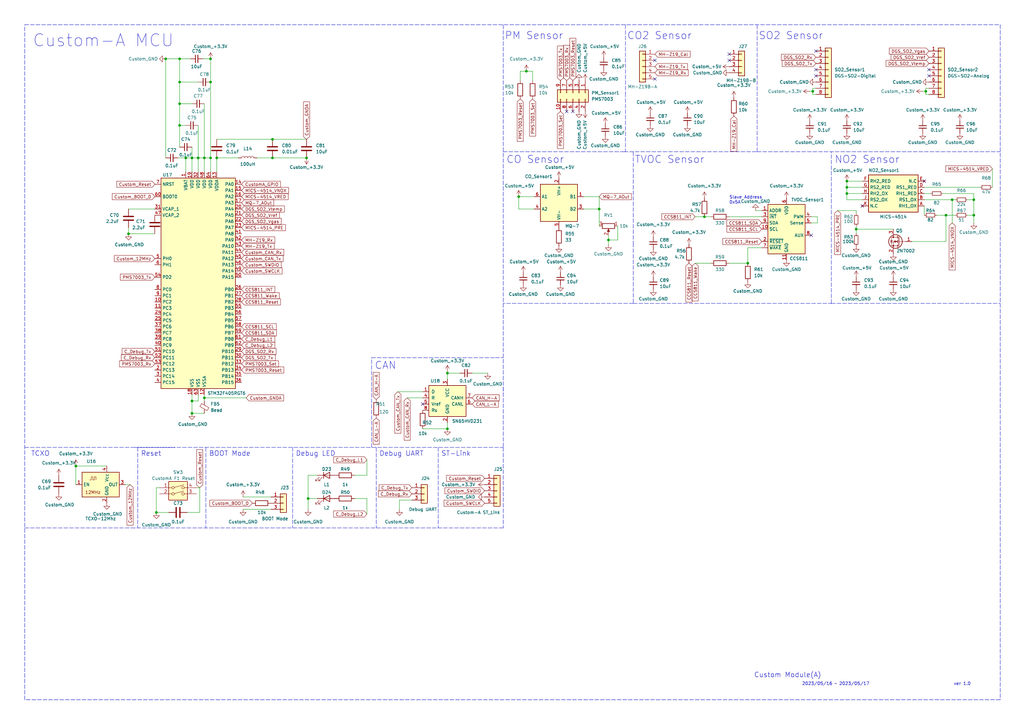
<source format=kicad_sch>
(kicad_sch (version 20250114) (generator "eeschema") (generator_version "9.0")
  (paper "A3")
  (text "ST-Link" (at 180.975 187.325 0) (effects (font (size 2 2)) (justify left bottom)))
  (text "NO2 Sensor" (at 342.265 67.31 0) (effects (font (size 3 3)) (justify left bottom)))
  (text "CO Sensor" (at 207.645 67.31 0) (effects (font (size 3 3)) (justify left bottom)))
  (text "SO2 Sensor" (at 311.15 16.51 0) (effects (font (size 3 3)) (justify left bottom)))
  (text "CO2 Sensor" (at 257.175 16.51 0) (effects (font (size 3 3)) (justify left bottom)))
  (text "TVOC Sensor" (at 260.35 67.31 0) (effects (font (size 3 3)) (justify left bottom)))
  (text "Slave Address\n0x5A" (at 299.085 83.82 0) (effects (font (size 1.27 1.27)) (justify left bottom)))
  (text "Reset" (at 57.785 187.325 0) (effects (font (size 2 2)) (justify left bottom)))
  (text "PM Sensor" (at 207.01 16.51 0) (effects (font (size 3 3)) (justify left bottom)))
  (text "ver 1.0" (at 391.16 281.305 0) (effects (font (size 1.27 1.27)) (justify left bottom)))
  (text "Debug LED" (at 121.285 187.325 0) (effects (font (size 2 2)) (justify left bottom)))
  (text "Custom-A MCU" (at 13.335 19.685 0) (effects (font (size 5 5)) (justify left bottom)))
  (text "TCXO" (at 12.7 187.325 0) (effects (font (size 2 2)) (justify left bottom)))
  (text "Custom Module(A)" (at 309.245 278.13 0) (effects (font (size 2 2)) (justify left bottom)))
  (text "CAN" (at 153.67 151.765 0) (effects (font (size 3 3)) (justify left bottom)))
  (text "2023/05/16 ~ 2023/05/17" (at 328.93 281.305 0) (effects (font (size 1.27 1.27)) (justify left bottom)))
  (text "BOOT Mode" (at 85.725 187.325 0) (effects (font (size 2 2)) (justify left bottom)))
  (text "Debug UART" (at 155.575 187.325 0) (effects (font (size 2 2)) (justify left bottom)))
  (junction (at 73.66 24.13))
  (junction (at 31.115 191.135))
  (junction (at 249.555 98.425))
  (junction (at 126.365 204.47))
  (junction (at 125.73 64.77))
  (junction (at 212.725 80.645))
  (junction (at 347.345 76.835))
  (junction (at 86.36 64.77))
  (junction (at 347.345 79.375))
  (junction (at 67.945 24.13))
  (junction (at 306.705 107.95))
  (junction (at 52.705 95.885))
  (junction (at 245.745 85.725))
  (junction (at 351.155 93.98))
  (junction (at 183.515 175.895))
  (junction (at 347.345 74.295))
  (junction (at 215.9 29.21))
  (junction (at 399.415 81.915))
  (junction (at 83.82 163.195))
  (junction (at 379.73 37.465))
  (junction (at 78.74 169.545))
  (junction (at 64.135 210.185))
  (junction (at 81.28 64.77))
  (junction (at 86.36 24.13))
  (junction (at 288.925 88.9))
  (junction (at 76.2 64.77))
  (junction (at 387.985 88.265))
  (junction (at 73.66 33.655))
  (junction (at 83.82 64.77))
  (junction (at 88.9 64.77))
  (junction (at 333.375 37.465))
  (junction (at 78.74 64.77))
  (junction (at 78.74 164.465))
  (junction (at 390.525 81.915))
  (junction (at 86.36 33.655))
  (junction (at 73.66 51.435))
  (junction (at 73.66 42.545))
  (junction (at 111.76 64.77))
  (junction (at 111.76 57.15))
  (junction (at 183.515 153.035))
  (junction (at 399.415 88.265))
  (no_connect (at 379.095 74.295))
  (no_connect (at 353.695 84.455))
  (no_connect (at 332.74 96.52))
  (no_connect (at 299.085 24.765))
  (no_connect (at 268.605 24.765))
  (no_connect (at 334.645 20.955))
  (no_connect (at 268.605 32.385))
  (no_connect (at 299.085 22.225))
  (no_connect (at 173.355 165.735))
  (no_connect (at 334.645 28.575))
  (no_connect (at 334.645 31.115))
  (no_connect (at 234.95 45.72))
  (no_connect (at 232.41 45.72))
  (no_connect (at 381 28.575))
  (no_connect (at 381 31.115))
  (wire (pts (xy 379.095 84.455) (xy 379.095 88.265)))
  (wire (pts (xy 78.74 164.465) (xy 78.74 169.545)))
  (wire (pts (xy 150.495 204.47) (xy 145.415 204.47)))
  (wire (pts (xy 126.365 204.47) (xy 130.175 204.47)))
  (wire (pts (xy 111.76 64.77) (xy 125.73 64.77)))
  (wire (pts (xy 381.635 79.375) (xy 379.095 79.375)))
  (wire (pts (xy 163.195 160.655) (xy 173.355 160.655)))
  (wire (pts (xy 347.345 79.375) (xy 353.695 79.375)))
  (wire (pts (xy 347.345 79.375) (xy 347.345 81.915)))
  (wire (pts (xy 88.9 57.15) (xy 111.76 57.15)))
  (wire (pts (xy 81.915 210.185) (xy 76.835 210.185)))
  (wire (pts (xy 333.375 36.195) (xy 333.375 37.465)))
  (wire (pts (xy 86.36 33.655) (xy 86.36 64.77)))
  (wire (pts (xy 83.82 42.545) (xy 83.82 64.77)))
  (wire (pts (xy 111.76 57.15) (xy 125.73 57.15)))
  (wire (pts (xy 83.82 163.195) (xy 83.82 161.925)))
  (wire (pts (xy 86.36 64.77) (xy 86.36 70.485)))
  (polyline (pts (xy 56.515 183.515) (xy 56.515 216.535)) (stroke (width 0) (type dash)))
  (wire (pts (xy 299.085 107.95) (xy 306.705 107.95)))
  (wire (pts (xy 332.74 88.9) (xy 335.28 88.9)))
  (wire (pts (xy 312.42 101.6) (xy 306.705 101.6)))
  (wire (pts (xy 105.41 64.77) (xy 111.76 64.77)))
  (wire (pts (xy 381 36.195) (xy 379.73 36.195)))
  (wire (pts (xy 65.405 200.025) (xy 64.135 200.025)))
  (wire (pts (xy 126.365 194.945) (xy 130.175 194.945)))
  (wire (pts (xy 126.365 194.945) (xy 126.365 204.47)))
  (wire (pts (xy 81.28 33.655) (xy 73.66 33.655)))
  (wire (pts (xy 285.115 107.95) (xy 291.465 107.95)))
  (wire (pts (xy 396.875 88.265) (xy 399.415 88.265)))
  (wire (pts (xy 387.985 88.265) (xy 391.795 88.265)))
  (wire (pts (xy 81.28 51.435) (xy 81.28 64.77)))
  (wire (pts (xy 88.9 64.77) (xy 97.79 64.77)))
  (wire (pts (xy 353.695 74.295) (xy 347.345 74.295)))
  (wire (pts (xy 73.66 24.13) (xy 73.66 33.655)))
  (wire (pts (xy 150.495 194.945) (xy 145.415 194.945)))
  (wire (pts (xy 407.035 69.215) (xy 407.035 76.835)))
  (wire (pts (xy 285.115 88.9) (xy 288.925 88.9)))
  (polyline (pts (xy 255.905 62.23) (xy 310.515 62.23)) (stroke (width 0) (type dash)))
  (wire (pts (xy 51.435 198.755) (xy 53.34 198.755)))
  (wire (pts (xy 31.115 198.755) (xy 31.115 191.135)))
  (wire (pts (xy 64.135 200.025) (xy 64.135 210.185)))
  (wire (pts (xy 73.66 51.435) (xy 73.66 60.325)))
  (polyline (pts (xy 206.375 10.16) (xy 206.375 161.29)) (stroke (width 0) (type dash)))
  (wire (pts (xy 183.515 153.035) (xy 188.595 153.035)))
  (wire (pts (xy 379.095 76.835) (xy 401.955 76.835)))
  (wire (pts (xy 334.645 36.195) (xy 333.375 36.195)))
  (wire (pts (xy 163.83 205.105) (xy 163.83 208.915)))
  (wire (pts (xy 335.28 91.44) (xy 332.74 91.44)))
  (wire (pts (xy 83.82 64.77) (xy 83.82 70.485)))
  (wire (pts (xy 83.82 164.465) (xy 83.82 163.195)))
  (wire (pts (xy 306.705 101.6) (xy 306.705 107.95)))
  (wire (pts (xy 83.82 163.195) (xy 100.965 163.195)))
  (wire (pts (xy 86.36 24.13) (xy 86.36 33.655)))
  (wire (pts (xy 379.73 36.195) (xy 379.73 37.465)))
  (polyline (pts (xy 310.515 62.23) (xy 310.515 10.16)) (stroke (width 0) (type dash)))
  (wire (pts (xy 390.525 81.915) (xy 390.525 91.44)))
  (polyline (pts (xy 154.305 183.515) (xy 154.305 216.535)) (stroke (width 0) (type dash)))
  (wire (pts (xy 31.115 191.135) (xy 43.815 191.135)))
  (wire (pts (xy 399.415 81.915) (xy 399.415 88.265)))
  (wire (pts (xy 183.515 153.035) (xy 183.515 155.575)))
  (polyline (pts (xy 10.16 216.535) (xy 55.245 216.535)) (stroke (width 0) (type dash)))
  (wire (pts (xy 399.415 88.265) (xy 399.415 91.44)))
  (wire (pts (xy 81.28 164.465) (xy 78.74 164.465)))
  (wire (pts (xy 213.36 29.21) (xy 213.36 33.02)))
  (wire (pts (xy 245.745 80.645) (xy 245.745 85.725)))
  (wire (pts (xy 78.74 60.325) (xy 78.74 64.77)))
  (wire (pts (xy 83.82 64.77) (xy 86.36 64.77)))
  (wire (pts (xy 239.395 80.645) (xy 245.745 80.645)))
  (polyline (pts (xy 410.21 10.16) (xy 410.21 287.02)) (stroke (width 0) (type dash)))
  (polyline (pts (xy 410.21 287.02) (xy 10.16 287.02)) (stroke (width 0) (type dash)))
  (polyline (pts (xy 206.375 216.535) (xy 55.245 216.535)) (stroke (width 0) (type dash)))
  (wire (pts (xy 52.705 95.885) (xy 52.705 93.345)))
  (wire (pts (xy 249.555 96.52) (xy 249.555 98.425)))
  (polyline (pts (xy 152.4 183.515) (xy 152.4 146.685)) (stroke (width 0) (type dash)))
  (wire (pts (xy 67.945 64.77) (xy 67.945 24.13)))
  (polyline (pts (xy 310.515 62.23) (xy 410.21 62.23)) (stroke (width 0) (type dash)))
  (polyline (pts (xy 10.16 10.16) (xy 410.21 10.16)) (stroke (width 0) (type dash)))
  (wire (pts (xy 239.395 85.725) (xy 245.745 85.725)))
  (wire (pts (xy 334.645 38.735) (xy 333.375 38.735)))
  (wire (pts (xy 386.715 79.375) (xy 399.415 79.375)))
  (wire (pts (xy 193.675 153.035) (xy 200.025 153.035)))
  (wire (pts (xy 332.105 37.465) (xy 333.375 37.465)))
  (wire (pts (xy 81.28 64.77) (xy 81.28 70.485)))
  (wire (pts (xy 81.28 64.77) (xy 83.82 64.77)))
  (wire (pts (xy 384.175 88.265) (xy 387.985 88.265)))
  (polyline (pts (xy 160.02 146.685) (xy 203.2 146.685)) (stroke (width 0) (type dash)))
  (wire (pts (xy 387.985 88.265) (xy 387.985 99.06)))
  (wire (pts (xy 215.9 29.21) (xy 218.44 29.21)))
  (wire (pts (xy 347.345 76.835) (xy 353.695 76.835)))
  (wire (pts (xy 245.745 85.725) (xy 245.745 92.71)))
  (polyline (pts (xy 340.995 124.46) (xy 410.21 124.46)) (stroke (width 0) (type dash)))
  (polyline (pts (xy 340.995 124.46) (xy 340.995 62.23)) (stroke (width 0) (type dash)))
  (wire (pts (xy 396.875 81.915) (xy 399.415 81.915)))
  (wire (pts (xy 333.375 38.735) (xy 333.375 37.465)))
  (wire (pts (xy 288.925 88.9) (xy 291.465 88.9)))
  (wire (pts (xy 52.705 85.725) (xy 63.5 85.725)))
  (polyline (pts (xy 259.715 62.23) (xy 259.715 99.695)) (stroke (width 0) (type dash)))
  (polyline (pts (xy 10.16 161.29) (xy 10.16 10.16)) (stroke (width 0) (type dash)))
  (wire (pts (xy 73.66 42.545) (xy 78.74 42.545)))
  (wire (pts (xy 78.74 64.77) (xy 78.74 70.485)))
  (wire (pts (xy 183.515 152.4) (xy 183.515 153.035)))
  (polyline (pts (xy 259.715 124.46) (xy 206.375 124.46)) (stroke (width 0) (type dash)))
  (wire (pts (xy 343.535 86.36) (xy 351.155 86.36)))
  (wire (pts (xy 215.9 29.21) (xy 213.36 29.21)))
  (wire (pts (xy 73.66 51.435) (xy 76.2 51.435)))
  (polyline (pts (xy 259.715 99.695) (xy 259.715 124.46)) (stroke (width 0) (type dash)))
  (wire (pts (xy 347.345 76.835) (xy 347.345 79.375)))
  (wire (pts (xy 390.525 81.915) (xy 391.795 81.915)))
  (wire (pts (xy 150.495 188.595) (xy 150.495 194.945)))
  (wire (pts (xy 78.74 169.545) (xy 83.82 169.545)))
  (wire (pts (xy 167.005 163.195) (xy 173.355 163.195)))
  (wire (pts (xy 126.365 204.47) (xy 126.365 208.915)))
  (polyline (pts (xy 56.515 183.515) (xy 206.375 183.515)) (stroke (width 0) (type dash)))
  (wire (pts (xy 351.155 92.71) (xy 351.155 93.98)))
  (wire (pts (xy 351.155 86.36) (xy 351.155 87.63)))
  (wire (pts (xy 73.66 42.545) (xy 73.66 51.435)))
  (wire (pts (xy 168.91 205.105) (xy 163.83 205.105)))
  (wire (pts (xy 347.345 81.915) (xy 353.695 81.915)))
  (wire (pts (xy 67.945 24.13) (xy 73.66 24.13)))
  (wire (pts (xy 218.44 29.21) (xy 218.44 33.02)))
  (wire (pts (xy 150.495 210.82) (xy 150.495 204.47)))
  (wire (pts (xy 73.66 33.655) (xy 73.66 42.545)))
  (wire (pts (xy 309.88 86.36) (xy 312.42 86.36)))
  (wire (pts (xy 212.725 80.645) (xy 219.075 80.645)))
  (wire (pts (xy 99.695 203.835) (xy 111.125 203.835)))
  (wire (pts (xy 249.555 98.425) (xy 249.555 100.33)))
  (wire (pts (xy 80.645 200.025) (xy 81.915 200.025)))
  (polyline (pts (xy 179.705 183.515) (xy 179.705 216.535)) (stroke (width 0) (type dash)))
  (wire (pts (xy 249.555 98.425) (xy 253.365 98.425)))
  (wire (pts (xy 381 38.735) (xy 379.73 38.735)))
  (polyline (pts (xy 55.245 183.515) (xy 71.755 183.515)) (stroke (width 0) (type dash)))
  (wire (pts (xy 73.025 64.77) (xy 76.2 64.77)))
  (polyline (pts (xy 259.715 124.46) (xy 340.995 124.46)) (stroke (width 0) (type dash)))
  (polyline (pts (xy 10.16 287.02) (xy 10.16 161.29)) (stroke (width 0) (type dash)))
  (wire (pts (xy 387.985 99.06) (xy 374.015 99.06)))
  (wire (pts (xy 81.28 161.925) (xy 81.28 164.465)))
  (wire (pts (xy 173.355 175.895) (xy 183.515 175.895)))
  (polyline (pts (xy 206.375 62.23) (xy 256.54 62.23)) (stroke (width 0) (type dash)))
  (wire (pts (xy 78.74 64.77) (xy 81.28 64.77)))
  (wire (pts (xy 351.155 93.98) (xy 351.155 95.885)))
  (polyline (pts (xy 256.54 38.1) (xy 256.54 62.23)) (stroke (width 0) (type dash)))
  (wire (pts (xy 64.135 210.185) (xy 69.215 210.185)))
  (wire (pts (xy 379.73 38.735) (xy 379.73 37.465)))
  (wire (pts (xy 299.085 88.9) (xy 312.42 88.9)))
  (wire (pts (xy 88.9 64.77) (xy 88.9 70.485)))
  (wire (pts (xy 76.2 64.77) (xy 76.2 70.485)))
  (wire (pts (xy 99.695 208.915) (xy 111.125 208.915)))
  (wire (pts (xy 378.46 37.465) (xy 379.73 37.465)))
  (polyline (pts (xy 10.16 183.515) (xy 55.88 183.515)) (stroke (width 0) (type dash)))
  (wire (pts (xy 78.74 161.925) (xy 78.74 164.465)))
  (polyline (pts (xy 120.015 183.515) (xy 120.015 216.535)) (stroke (width 0) (type dash)))
  (wire (pts (xy 253.365 98.425) (xy 253.365 92.71)))
  (wire (pts (xy 76.2 64.77) (xy 78.74 64.77)))
  (polyline (pts (xy 203.2 146.685) (xy 206.375 146.685)) (stroke (width 0) (type dash)))
  (wire (pts (xy 347.345 74.295) (xy 347.345 76.835)))
  (wire (pts (xy 78.105 24.13) (xy 73.66 24.13)))
  (polyline (pts (xy 256.54 10.16) (xy 256.54 38.1)) (stroke (width 0) (type dash)))
  (polyline (pts (xy 206.375 183.515) (xy 206.375 216.535)) (stroke (width 0) (type dash)))
  (wire (pts (xy 81.915 200.025) (xy 81.915 210.185)))
  (polyline (pts (xy 206.375 158.75) (xy 206.375 183.515)) (stroke (width 0) (type dash)))
  (polyline (pts (xy 152.4 146.685) (xy 160.02 146.685)) (stroke (width 0) (type dash)))
  (polyline (pts (xy 84.455 183.515) (xy 84.455 216.535)) (stroke (width 0) (type dash)))
  (wire (pts (xy 212.725 80.645) (xy 212.725 85.725)))
  (wire (pts (xy 399.415 79.375) (xy 399.415 81.915)))
  (wire (pts (xy 212.725 85.725) (xy 219.075 85.725)))
  (wire (pts (xy 83.185 24.13) (xy 86.36 24.13)))
  (wire (pts (xy 335.28 88.9) (xy 335.28 91.44)))
  (wire (pts (xy 379.095 81.915) (xy 390.525 81.915)))
  (wire (pts (xy 183.515 175.895) (xy 183.515 173.355)))
  (wire (pts (xy 63.5 95.885) (xy 52.705 95.885)))
  (wire (pts (xy 351.155 93.98) (xy 366.395 93.98)))
  (global_label "Custom_BOOT_0" (shape input) (at 103.505 206.375 180) (property "Intersheetrefs" "${INTERSHEET_REFS}" (effects (hide yes))))
  (global_label "PMS7003_Rx" (shape input) (at 63.5 149.225 180) (property "Intersheetrefs" "${INTERSHEET_REFS}" (effects (hide yes))))
  (global_label "MH-Z19_Cal" (shape input) (at 300.99 47.625 270) (property "Intersheetrefs" "${INTERSHEET_REFS}" (effects (hide yes))))
  (global_label "MiCS-4514_PRE" (shape input) (at 343.535 86.36 270) (property "Intersheetrefs" "${INTERSHEET_REFS}" (effects (hide yes))))
  (global_label "DGS_SO2_Rx" (shape input) (at 99.06 144.145 0) (property "Intersheetrefs" "${INTERSHEET_REFS}" (effects (hide yes))))
  (global_label "Custom_BOOT_0" (shape input) (at 63.5 80.645 180) (property "Intersheetrefs" "${INTERSHEET_REFS}" (effects (hide yes))))
  (global_label "MiCS-4514_VRED" (shape input) (at 407.035 69.215 180) (property "Intersheetrefs" "${INTERSHEET_REFS}" (effects (hide yes))))
  (global_label "PMS7003_Reset" (shape input) (at 213.36 40.64 270) (property "Intersheetrefs" "${INTERSHEET_REFS}" (effects (hide yes))))
  (global_label "DGS_SO2_Vtemp" (shape input) (at 381 26.035 180) (property "Intersheetrefs" "${INTERSHEET_REFS}" (effects (hide yes))))
  (global_label "Custom_12MHz" (shape input) (at 63.5 106.045 180) (property "Intersheetrefs" "${INTERSHEET_REFS}" (effects (hide yes))))
  (global_label "DGS_SO2_Vgas" (shape input) (at 381 20.955 180) (property "Intersheetrefs" "${INTERSHEET_REFS}" (effects (hide yes))))
  (global_label "PMS7003_Set" (shape input) (at 218.44 40.64 270) (property "Intersheetrefs" "${INTERSHEET_REFS}" (effects (hide yes))))
  (global_label "MiCS-4514_PRE" (shape input) (at 99.06 93.345 0) (property "Intersheetrefs" "${INTERSHEET_REFS}" (effects (hide yes))))
  (global_label "DGS_SO2_Vref" (shape input) (at 381 23.495 180) (property "Intersheetrefs" "${INTERSHEET_REFS}" (effects (hide yes))))
  (global_label "MH-Z19_Rx" (shape input) (at 268.605 29.845 0) (property "Intersheetrefs" "${INTERSHEET_REFS}" (effects (hide yes))))
  (global_label "Custom_SWDIO" (shape input) (at 99.06 108.585 0) (property "Intersheetrefs" "${INTERSHEET_REFS}" (effects (hide yes))))
  (global_label "CCS811_Wake" (shape input) (at 99.06 121.285 0) (property "Intersheetrefs" "${INTERSHEET_REFS}" (effects (hide yes))))
  (global_label "PMS7003_Reset" (shape input) (at 99.06 151.765 0) (property "Intersheetrefs" "${INTERSHEET_REFS}" (effects (hide yes))))
  (global_label "DGS_SO2_Vref" (shape input) (at 99.06 88.265 0) (property "Intersheetrefs" "${INTERSHEET_REFS}" (effects (hide yes))))
  (global_label "C_Debug_Tx" (shape input) (at 168.91 200.025 180) (property "Intersheetrefs" "${INTERSHEET_REFS}" (effects (hide yes))))
  (global_label "C_Debug_L1" (shape input) (at 150.495 188.595 180) (property "Intersheetrefs" "${INTERSHEET_REFS}" (effects (hide yes))))
  (global_label "MH-Z19_Rx" (shape input) (at 99.06 98.425 0) (property "Intersheetrefs" "${INTERSHEET_REFS}" (effects (hide yes))))
  (global_label "DGS_SO2_Vgas" (shape input) (at 99.06 90.805 0) (property "Intersheetrefs" "${INTERSHEET_REFS}" (effects (hide yes))))
  (global_label "CAN_H-A" (shape input) (at 154.305 163.83 90) (property "Intersheetrefs" "${INTERSHEET_REFS}" (effects (hide yes))))
  (global_label "Custom_GNDA" (shape input) (at 125.73 57.15 90) (property "Intersheetrefs" "${INTERSHEET_REFS}" (effects (hide yes))))
  (global_label "Custom_CAN_Tx" (shape input) (at 163.195 160.655 270) (property "Intersheetrefs" "${INTERSHEET_REFS}" (effects (hide yes))))
  (global_label "PMS7003_Tx" (shape input) (at 63.5 113.665 180) (property "Intersheetrefs" "${INTERSHEET_REFS}" (effects (hide yes))))
  (global_label "CCS811_SCL" (shape input) (at 312.42 93.98 180) (property "Intersheetrefs" "${INTERSHEET_REFS}" (effects (hide yes))))
  (global_label "MH-Z19_Tx" (shape input) (at 268.605 27.305 0) (property "Intersheetrefs" "${INTERSHEET_REFS}" (effects (hide yes))))
  (global_label "MiCS-4514_VNOX" (shape input) (at 390.525 91.44 270) (property "Intersheetrefs" "${INTERSHEET_REFS}" (effects (hide yes))))
  (global_label "Custom_Reset" (shape input) (at 198.755 196.215 180) (property "Intersheetrefs" "${INTERSHEET_REFS}" (effects (hide yes))))
  (global_label "PMS7003_Set" (shape input) (at 99.06 149.225 0) (property "Intersheetrefs" "${INTERSHEET_REFS}" (effects (hide yes))))
  (global_label "PMS7003_Reset" (shape input) (at 234.95 33.02 90) (property "Intersheetrefs" "${INTERSHEET_REFS}" (effects (hide yes))))
  (global_label "CAN_L-A" (shape input) (at 154.305 171.45 270) (property "Intersheetrefs" "${INTERSHEET_REFS}" (effects (hide yes))))
  (global_label "Custom_GNDA" (shape input) (at 100.965 163.195 0) (property "Intersheetrefs" "${INTERSHEET_REFS}" (effects (hide yes))))
  (global_label "CCS811_SDA" (shape input) (at 99.06 136.525 0) (property "Intersheetrefs" "${INTERSHEET_REFS}" (effects (hide yes))))
  (global_label "CAN_H-A" (shape input) (at 193.675 163.195 0) (property "Intersheetrefs" "${INTERSHEET_REFS}" (effects (hide yes))))
  (global_label "DGS_SO2_Tx" (shape input) (at 99.06 146.685 0) (property "Intersheetrefs" "${INTERSHEET_REFS}" (effects (hide yes))))
  (global_label "Custom_CAN_Rx" (shape input) (at 99.06 103.505 0) (property "Intersheetrefs" "${INTERSHEET_REFS}" (effects (hide yes))))
  (global_label "CCS811_INT" (shape input) (at 285.115 88.9 180) (property "Intersheetrefs" "${INTERSHEET_REFS}" (effects (hide yes))))
  (global_label "CCS811_Wake" (shape input) (at 285.115 107.95 270) (property "Intersheetrefs" "${INTERSHEET_REFS}" (effects (hide yes))))
  (global_label "MH-Z19_Cal" (shape input) (at 268.605 22.225 0) (property "Intersheetrefs" "${INTERSHEET_REFS}" (effects (hide yes))))
  (global_label "PMS7003_Tx" (shape input) (at 229.87 33.02 90) (property "Intersheetrefs" "${INTERSHEET_REFS}" (effects (hide yes))))
  (global_label "Custom_Reset" (shape input) (at 81.915 200.025 90) (property "Intersheetrefs" "${INTERSHEET_REFS}" (effects (hide yes))))
  (global_label "CCS811_SCL" (shape input) (at 99.06 133.985 0) (property "Intersheetrefs" "${INTERSHEET_REFS}" (effects (hide yes))))
  (global_label "C_Debug_L1" (shape input) (at 99.06 139.065 0) (property "Intersheetrefs" "${INTERSHEET_REFS}" (effects (hide yes))))
  (global_label "Custom_CAN_Rx" (shape input) (at 167.005 163.195 270) (property "Intersheetrefs" "${INTERSHEET_REFS}" (effects (hide yes))))
  (global_label "Custom_SWDIO" (shape input) (at 198.755 201.295 180) (property "Intersheetrefs" "${INTERSHEET_REFS}" (effects (hide yes))))
  (global_label "MiCS-4514_VRED" (shape input) (at 99.06 80.645 0) (property "Intersheetrefs" "${INTERSHEET_REFS}" (effects (hide yes))))
  (global_label "CCS811_INT" (shape input) (at 99.06 118.745 0) (property "Intersheetrefs" "${INTERSHEET_REFS}" (effects (hide yes))))
  (global_label "CCS811_SDA" (shape input) (at 312.42 91.44 180) (property "Intersheetrefs" "${INTERSHEET_REFS}" (effects (hide yes))))
  (global_label "CCS811_Reset" (shape input) (at 99.06 123.825 0) (property "Intersheetrefs" "${INTERSHEET_REFS}" (effects (hide yes))))
  (global_label "Custom_Reset" (shape input) (at 63.5 75.565 180) (property "Intersheetrefs" "${INTERSHEET_REFS}" (effects (hide yes))))
  (global_label "C_Debug_Rx" (shape input) (at 168.91 202.565 180) (property "Intersheetrefs" "${INTERSHEET_REFS}" (effects (hide yes))))
  (global_label "DGS_SO2_Tx" (shape input) (at 334.645 26.035 180) (property "Intersheetrefs" "${INTERSHEET_REFS}" (effects (hide yes))))
  (global_label "DGS_SO2_Vtemp" (shape input) (at 99.06 85.725 0) (property "Intersheetrefs" "${INTERSHEET_REFS}" (effects (hide yes))))
  (global_label "Custom_CAN_Tx" (shape input) (at 99.06 106.045 0) (property "Intersheetrefs" "${INTERSHEET_REFS}" (effects (hide yes))))
  (global_label "DGS_SO2_Rx" (shape input) (at 334.645 23.495 180) (property "Intersheetrefs" "${INTERSHEET_REFS}" (effects (hide yes))))
  (global_label "MH-Z19_Tx" (shape input) (at 99.06 100.965 0) (property "Intersheetrefs" "${INTERSHEET_REFS}" (effects (hide yes))))
  (global_label "C_Debug_Rx" (shape input) (at 63.5 146.685 180) (property "Intersheetrefs" "${INTERSHEET_REFS}" (effects (hide yes))))
  (global_label "CustomA_GPIO" (shape input) (at 99.06 75.565 0) (property "Intersheetrefs" "${INTERSHEET_REFS}" (effects (hide yes))))
  (global_label "MQ-7_AOut" (shape input) (at 99.06 83.185 0) (property "Intersheetrefs" "${INTERSHEET_REFS}" (effects (hide yes))))
  (global_label "C_Debug_L2" (shape input) (at 99.06 141.605 0) (property "Intersheetrefs" "${INTERSHEET_REFS}" (effects (hide yes))))
  (global_label "CCS811_Reset" (shape input) (at 282.575 107.95 270) (property "Intersheetrefs" "${INTERSHEET_REFS}" (effects (hide yes))))
  (global_label "MQ-7_AOut" (shape input) (at 245.745 80.645 0) (property "Intersheetrefs" "${INTERSHEET_REFS}" (effects (hide yes))))
  (global_label "C_Debug_L2" (shape input) (at 150.495 210.82 180) (property "Intersheetrefs" "${INTERSHEET_REFS}" (effects (hide yes))))
  (global_label "PMS7003_Set" (shape input) (at 229.87 45.72 270) (property "Intersheetrefs" "${INTERSHEET_REFS}" (effects (hide yes))))
  (global_label "Custom_SWCLK" (shape input) (at 99.06 111.125 0) (property "Intersheetrefs" "${INTERSHEET_REFS}" (effects (hide yes))))
  (global_label "MiCS-4514_VNOX" (shape input) (at 99.06 78.105 0) (property "Intersheetrefs" "${INTERSHEET_REFS}" (effects (hide yes))))
  (global_label "C_Debug_Tx" (shape input) (at 63.5 144.145 180) (property "Intersheetrefs" "${INTERSHEET_REFS}" (effects (hide yes))))
  (global_label "CCS811_Reset" (shape input) (at 312.42 99.06 180) (property "Intersheetrefs" "${INTERSHEET_REFS}" (effects (hide yes))))
  (global_label "PMS7003_Rx" (shape input) (at 232.41 33.02 90) (property "Intersheetrefs" "${INTERSHEET_REFS}" (effects (hide yes))))
  (global_label "Custom_12MHz" (shape input) (at 53.34 198.755 270) (property "Intersheetrefs" "${INTERSHEET_REFS}" (effects (hide yes))))
  (global_label "Custom_SWCLK" (shape input) (at 198.755 206.375 180) (property "Intersheetrefs" "${INTERSHEET_REFS}" (effects (hide yes))))
  (global_label "CAN_L-A" (shape input) (at 193.675 165.735 0) (property "Intersheetrefs" "${INTERSHEET_REFS}" (effects (hide yes))))
  (symbol (lib_id "MY_CLK:TCXO-12MHz_3OUT") (at 41.275 198.755 0) (unit 1)
    (property "Reference" "U16" (at 37.465 189.23 0))
    (property "Value" "TCXO-12Mhz" (at 41.275 212.725 0))
    (property "Footprint" "PCB:ECS-TXO-2016-33-120-TR" (effects (hide yes)))
  )
  (symbol (lib_id "MY_Power:Custom_GND") (at 24.13 202.565 0) (unit 1) (in_bom no) (on_board no)
    (property "Reference" "#PWR0335" (effects (hide yes)))
    (property "Value" "Custom_GND" (at 18.415 207.01 0) (effects (justify left)))
  )
  (symbol (lib_id "MY_Power:Custom_+3.3V") (at 267.97 97.155 0) (unit 1) (in_bom no) (on_board no)
    (property "Reference" "#PWR0306" (effects (hide yes)))
    (property "Value" "Custom_+3.3V" (at 267.97 92.075 0))
  )
  (symbol (lib_id "MY_Power:Custom_GND") (at 347.345 54.61 0) (unit 1) (in_bom no) (on_board no)
    (property "Reference" "#PWR0299" (effects (hide yes)))
    (property "Value" "Custom_GND" (at 347.345 58.42 0))
  )
  (symbol (lib_id "MY_Power:Custom_+3.3V") (at 288.925 81.28 0) (unit 1) (in_bom no) (on_board no)
    (property "Reference" "#PWR0308" (effects (hide yes)))
    (property "Value" "Custom_+3.3V" (at 288.925 76.2 0))
  )
  (symbol (lib_id "Device:R") (at 282.575 104.14 180) (unit 1)
    (property "Reference" "R56" (at 279.4 102.87 0))
    (property "Value" "4.7k" (at 278.765 105.41 0))
    (property "Footprint" "Resistor_SMD:R_0805_2012Metric" (effects (hide yes)))
  )
  (symbol (lib_id "Device:C_Small") (at 393.7 52.07 0) (unit 1)
    (property "Reference" "C96" (at 396.24 50.8062 0) (effects (justify left)))
    (property "Value" "10uF" (at 396.24 53.3462 0) (effects (justify left)))
    (property "Footprint" "Capacitor_SMD:C_1206_3216Metric" (effects (hide yes)))
  )
  (symbol (lib_id "Device:C_Small") (at 76.2 60.325 90) (unit 1)
    (property "Reference" "C74" (at 76.2 57.15 90))
    (property "Value" "0.1uF" (at 76.2 63.5 90))
    (property "Footprint" "Capacitor_SMD:C_0805_2012Metric" (effects (hide yes)))
  )
  (symbol (lib_id "MY_Power:Custom_GND") (at 249.555 100.33 0) (unit 1) (in_bom no) (on_board no)
    (property "Reference" "#PWR0302" (effects (hide yes)))
    (property "Value" "Custom_GND" (at 249.555 104.14 0))
  )
  (symbol (lib_id "Device:C_Small") (at 248.285 53.34 0) (unit 1)
    (property "Reference" "C86" (at 251.46 52.0762 0) (effects (justify left)))
    (property "Value" "10uF" (at 251.46 54.6162 0) (effects (justify left)))
    (property "Footprint" "Capacitor_SMD:C_1206_3216Metric" (effects (hide yes)))
  )
  (symbol (lib_id "MY_Power:Custom_+5V") (at 240.03 33.02 0) (unit 1) (in_bom no) (on_board no)
    (property "Reference" "#PWR0343" (effects (hide yes)))
    (property "Value" "Custom_+5V" (at 240.03 29.845 90) (effects (justify left)))
  )
  (symbol (lib_id "MY_Power:Custom_+5V") (at 212.725 80.645 0) (unit 1) (in_bom no) (on_board no)
    (property "Reference" "#PWR0341" (effects (hide yes)))
    (property "Value" "Custom_+5V" (at 219.075 76.2 0) (effects (justify right)))
  )
  (symbol (lib_id "MY_Power:Custom_+3.3V") (at 99.695 203.835 0) (unit 1) (in_bom no) (on_board no)
    (property "Reference" "#PWR0324" (effects (hide yes)))
    (property "Value" "Custom_+3.3V" (at 99.695 198.755 0))
  )
  (symbol (lib_id "Device:C_Small") (at 266.7 48.895 0) (unit 1)
    (property "Reference" "C87" (at 269.875 47.6312 0) (effects (justify left)))
    (property "Value" "0.1uF" (at 269.875 50.1712 0) (effects (justify left)))
    (property "Footprint" "Capacitor_SMD:C_0805_2012Metric" (effects (hide yes)))
  )
  (symbol (lib_id "MY_Power:Custom_GND") (at 381 33.655 270) (unit 1) (in_bom no) (on_board no)
    (property "Reference" "#PWR0296" (effects (hide yes)))
    (property "Value" "Custom_GND" (at 372.11 33.655 90))
  )
  (symbol (lib_id "MY_Power:Custom_GND") (at 214.63 116.84 0) (unit 1) (in_bom no) (on_board no)
    (property "Reference" "#PWR0328" (effects (hide yes)))
    (property "Value" "Custom_GND" (at 214.63 120.65 0))
  )
  (symbol (lib_id "MY_Power:Custom_+3.3V") (at 125.73 64.77 180) (unit 1) (in_bom no) (on_board no)
    (property "Reference" "#PWR0322" (effects (hide yes)))
    (property "Value" "Custom_+3.3V" (at 118.745 68.58 0) (effects (justify right)))
  )
  (symbol (lib_id "MY_Power:Custom_GND") (at 306.705 115.57 0) (unit 1) (in_bom no) (on_board no)
    (property "Reference" "#PWR0309" (effects (hide yes)))
    (property "Value" "Custom_GND" (at 306.705 119.38 0))
  )
  (symbol (lib_id "Sensor_Gas:CCS811") (at 322.58 93.98 0) (unit 1)
    (property "Reference" "TVOC_Sensor1" (at 324.485 81.915 0) (effects (justify left)))
    (property "Value" "CCS811" (at 323.85 106.045 0) (effects (justify left)))
    (property "Footprint" "Package_LGA:AMS_LGA-10-1EP_2.7x4mm_P0.6mm" (effects (hide yes)))
    (property "Datasheet" "http://ams.com/eng/Products/Environmental-Sensors/Air-Quality-Sensors/CCS811" (effects (hide yes)))
  )
  (symbol (lib_id "MY_Power:Custom_+3.3V") (at 183.515 152.4 0) (unit 1) (in_bom no) (on_board no)
    (property "Reference" "#PWR0349" (effects (hide yes)))
    (property "Value" "Custom_+3.3V" (at 183.515 147.955 0))
  )
  (symbol (lib_id "Device:C_Small") (at 332.105 52.07 0) (unit 1)
    (property "Reference" "C91" (at 335.28 50.8062 0) (effects (justify left)))
    (property "Value" "0.1uF" (at 335.28 53.3462 0) (effects (justify left)))
    (property "Footprint" "Capacitor_SMD:C_0805_2012Metric" (effects (hide yes)))
  )
  (symbol (lib_id "Device:C_Small") (at 378.46 52.07 0) (unit 1)
    (property "Reference" "C95" (at 381.635 50.8062 0) (effects (justify left)))
    (property "Value" "0.1uF" (at 381.635 53.3462 0) (effects (justify left)))
    (property "Footprint" "Capacitor_SMD:C_0805_2012Metric" (effects (hide yes)))
  )
  (symbol (lib_id "Device:R") (at 107.315 206.375 90) (unit 1)
    (property "Reference" "R48" (at 108.585 201.93 90) (effects (justify left)))
    (property "Value" "10k" (at 109.22 210.185 90) (effects (justify left)))
    (property "Footprint" "Resistor_SMD:R_0805_2012Metric" (effects (hide yes)))
  )
  (symbol (lib_id "MY_Power:Custom_GND") (at 78.74 169.545 0) (unit 1) (in_bom no) (on_board no)
    (property "Reference" "#PWR0333" (effects (hide yes)))
    (property "Value" "Custom_GND" (at 73.025 173.99 0) (effects (justify left)))
  )
  (symbol (lib_id "Device:C_Small") (at 229.87 114.3 0) (unit 1)
    (property "Reference" "C84" (at 232.41 113.0362 0) (effects (justify left)))
    (property "Value" "10uF" (at 232.41 115.5762 0) (effects (justify left)))
    (property "Footprint" "Capacitor_SMD:C_1206_3216Metric" (effects (hide yes)))
  )
  (symbol (lib_id "Device:R") (at 295.275 107.95 90) (unit 1)
    (property "Reference" "R59" (at 295.275 105.41 90))
    (property "Value" "330" (at 295.275 110.49 90))
    (property "Footprint" "Resistor_SMD:R_0805_2012Metric" (effects (hide yes)))
  )
  (symbol (lib_id "MY_Power:Custom_GND") (at 229.235 100.965 0) (unit 1) (in_bom no) (on_board no)
    (property "Reference" "#PWR0332" (effects (hide yes)))
    (property "Value" "Custom_GND" (at 229.235 104.775 0))
  )
  (symbol (lib_id "MY_Power:Custom_GND") (at 200.025 153.035 0) (unit 1) (in_bom no) (on_board no)
    (property "Reference" "#PWR0329" (effects (hide yes)))
    (property "Value" "Custom_GND" (at 200.025 157.48 0))
  )
  (symbol (lib_id "Device:R_Small") (at 384.175 79.375 90) (unit 1)
    (property "Reference" "R65" (at 384.175 75.565 90))
    (property "Value" "82" (at 384.175 83.185 90))
    (property "Footprint" "Resistor_SMD:R_0805_2012Metric" (effects (hide yes)))
  )
  (symbol (lib_id "Device:FerriteBead_Small") (at 83.82 167.005 0) (unit 1)
    (property "Reference" "FB5" (at 86.36 165.6968 0) (effects (justify left)))
    (property "Value" "Bead" (at 86.36 168.2368 0) (effects (justify left)))
    (property "Footprint" "Inductor_SMD:L_0805_2012Metric" (effects (hide yes)))
  )
  (symbol (lib_id "Device:LED") (at 133.985 194.945 0) (unit 1)
    (property "Reference" "D23" (at 133.985 192.405 0))
    (property "Value" "L1" (at 133.985 198.755 0))
    (property "Footprint" "LED_SMD:LED_0805_2012Metric" (effects (hide yes)))
  )
  (symbol (lib_id "MY_Gas Sensor:MiCS-4514") (at 366.395 79.375 0) (unit 1)
    (property "Reference" "NO2_Sensor1" (at 362.585 69.85 0))
    (property "Value" "MiCS-4514" (at 366.395 88.9 0))
    (property "Footprint" "PCB:MICS_10-SMD" (effects (hide yes)))
  )
  (symbol (lib_id "Device:LED") (at 133.985 204.47 0) (unit 1)
    (property "Reference" "D24" (at 133.985 201.93 0))
    (property "Value" "L2" (at 133.985 208.28 0))
    (property "Footprint" "LED_SMD:LED_0805_2012Metric" (effects (hide yes)))
  )
  (symbol (lib_id "Device:C") (at 63.5 92.075 0) (unit 1)
    (property "Reference" "C71" (at 59.69 90.805 0) (effects (justify right)))
    (property "Value" "2.2uF" (at 59.69 93.345 0) (effects (justify right)))
    (property "Footprint" "Capacitor_SMD:C_0805_2012Metric" (effects (hide yes)))
  )
  (symbol (lib_id "Device:L") (at 101.6 64.77 270) (mirror x) (unit 1)
    (property "Reference" "L14" (at 101.6 60.96 90))
    (property "Value" "100uH" (at 101.6 67.31 90))
    (property "Footprint" "Inductor_SMD:L_12x12mm_H8mm" (effects (hide yes)))
  )
  (symbol (lib_id "MY_Power:Custom_+3.3V") (at 267.97 113.665 0) (unit 1) (in_bom no) (on_board no)
    (property "Reference" "#PWR0303" (effects (hide yes)))
    (property "Value" "Custom_+3.3V" (at 267.97 108.585 0))
  )
  (symbol (lib_id "MY_Power:Custom_+3.3V") (at 332.105 49.53 0) (unit 1) (in_bom no) (on_board no)
    (property "Reference" "#PWR0300" (effects (hide yes)))
    (property "Value" "Custom_+3.3V" (at 339.09 45.085 0) (effects (justify right)))
  )
  (symbol (lib_id "Device:C_Small") (at 366.395 116.205 0) (unit 1)
    (property "Reference" "C94" (at 368.935 114.9412 0) (effects (justify left)))
    (property "Value" "10uF" (at 368.935 117.4812 0) (effects (justify left)))
    (property "Footprint" "Capacitor_SMD:C_1206_3216Metric" (effects (hide yes)))
  )
  (symbol (lib_id "Device:C") (at 52.705 89.535 0) (unit 1)
    (property "Reference" "C70" (at 48.895 88.265 0) (effects (justify right)))
    (property "Value" "2.2uF" (at 48.895 90.805 0) (effects (justify right)))
    (property "Footprint" "Capacitor_SMD:C_0805_2012Metric" (effects (hide yes)))
  )
  (symbol (lib_id "MY_Power:Custom_GND") (at 67.945 24.13 270) (unit 1) (in_bom no) (on_board no)
    (property "Reference" "#PWR0320" (effects (hide yes)))
    (property "Value" "Custom_GND" (at 52.705 24.13 90) (effects (justify left)))
  )
  (symbol (lib_id "MY_Power:Custom_GND") (at 281.94 51.435 0) (unit 1) (in_bom no) (on_board no)
    (property "Reference" "#PWR0285" (effects (hide yes)))
    (property "Value" "Custom_GND" (at 281.94 55.245 0))
  )
  (symbol (lib_id "Device:C_Small") (at 347.345 52.07 0) (unit 1)
    (property "Reference" "C92" (at 349.885 50.8062 0) (effects (justify left)))
    (property "Value" "10uF" (at 349.885 53.3462 0) (effects (justify left)))
    (property "Footprint" "Capacitor_SMD:C_1206_3216Metric" (effects (hide yes)))
  )
  (symbol (lib_id "MY_Power:Custom_GND") (at 237.49 45.72 0) (unit 1) (in_bom no) (on_board no)
    (property "Reference" "#PWR0339" (effects (hide yes)))
    (property "Value" "Custom_GND" (at 237.49 55.245 90))
  )
  (symbol (lib_id "MY_Power:Custom_+3.3V") (at 322.58 81.28 0) (unit 1) (in_bom no) (on_board no)
    (property "Reference" "#PWR0318" (effects (hide yes)))
    (property "Value" "Custom_+3.3V" (at 322.58 76.2 0))
  )
  (symbol (lib_id "MY_Power:Custom_+3.3V") (at 86.36 24.13 0) (unit 1) (in_bom no) (on_board no)
    (property "Reference" "#PWR0321" (effects (hide yes)))
    (property "Value" "Custom_+3.3V" (at 86.36 19.05 0))
  )
  (symbol (lib_id "MY_Power:Custom_+3.3V") (at 215.9 29.21 0) (unit 1) (in_bom no) (on_board no)
    (property "Reference" "#PWR0345" (effects (hide yes)))
    (property "Value" "Custom_+3.3V" (at 215.9 24.13 0))
  )
  (symbol (lib_id "Device:C") (at 111.76 60.96 0) (mirror x) (unit 1)
    (property "Reference" "C80" (at 115.57 59.69 0) (effects (justify left)))
    (property "Value" "0.01uF" (at 115.57 62.23 0) (effects (justify left)))
    (property "Footprint" "Capacitor_SMD:C_0805_2012Metric" (effects (hide yes)))
  )
  (symbol (lib_id "MY_Power:Custom_GND") (at 267.97 118.745 0) (unit 1) (in_bom no) (on_board no)
    (property "Reference" "#PWR0304" (effects (hide yes)))
    (property "Value" "Custom_GND" (at 267.97 122.555 0))
  )
  (symbol (lib_id "Device:R_Small") (at 404.495 76.835 90) (unit 1)
    (property "Reference" "R68" (at 404.495 73.025 90))
    (property "Value" "47k" (at 404.495 78.74 90))
    (property "Footprint" "Resistor_SMD:R_0805_2012Metric" (effects (hide yes)))
  )
  (symbol (lib_id "MY_Power:Custom_+5V") (at 281.94 46.355 0) (unit 1) (in_bom no) (on_board no)
    (property "Reference" "#PWR0286" (effects (hide yes)))
    (property "Value" "Custom_+5V" (at 288.29 41.91 0) (effects (justify right)))
  )
  (symbol (lib_id "MY_Power:Custom_GND") (at 64.135 210.185 0) (unit 1) (in_bom no) (on_board no)
    (property "Reference" "#PWR0334" (effects (hide yes)))
    (property "Value" "Custom_GND" (at 64.135 215.265 0))
  )
  (symbol (lib_id "Connector_Generic:Conn_01x04") (at 304.165 24.765 0) (unit 1)
    (property "Reference" "J27" (at 302.895 19.05 0) (effects (justify left)))
    (property "Value" "MH-Z19B-B" (at 297.815 33.02 0) (effects (justify left)))
    (property "Footprint" "Connector_PinHeader_2.54mm:PinHeader_1x04_P2.54mm_Vertical" (effects (hide yes)))
  )
  (symbol (lib_id "MY_Power:Custom_+3.3V") (at 378.46 37.465 90) (unit 1) (in_bom no) (on_board no)
    (property "Reference" "#PWR0295" (effects (hide yes)))
    (property "Value" "Custom_+3.3V" (at 361.315 37.465 90) (effects (justify right)))
  )
  (symbol (lib_id "Device:R") (at 295.275 88.9 90) (unit 1)
    (property "Reference" "R58" (at 295.275 86.36 90))
    (property "Value" "330" (at 295.275 91.44 90))
    (property "Footprint" "Resistor_SMD:R_0805_2012Metric" (effects (hide yes)))
  )
  (symbol (lib_id "MY_Power:Custom_GND") (at 247.65 28.575 0) (unit 1) (in_bom no) (on_board no)
    (property "Reference" "#PWR0293" (effects (hide yes)))
    (property "Value" "Custom_GND" (at 247.65 32.385 0))
  )
  (symbol (lib_id "MY_Power:Custom_GND") (at 267.97 102.235 0) (unit 1) (in_bom no) (on_board no)
    (property "Reference" "#PWR0305" (effects (hide yes)))
    (property "Value" "Custom_GND" (at 267.97 106.045 0))
  )
  (symbol (lib_id "MY_Power:Custom_GND") (at 163.83 208.915 0) (unit 1) (in_bom no) (on_board no)
    (property "Reference" "#PWR0346" (effects (hide yes)))
    (property "Value" "Custom_GND" (at 163.83 213.995 0))
  )
  (symbol (lib_id "Connector_Generic:Conn_01x08") (at 386.08 28.575 0) (unit 1)
    (property "Reference" "SO2_Sensor2" (at 388.62 28.5749 0) (effects (justify left)))
    (property "Value" "DGS-SO2-Analog" (at 388.62 31.1149 0) (effects (justify left)))
    (property "Footprint" "Connector_PinHeader_2.54mm:PinHeader_1x08_P2.54mm_Vertical" (effects (hide yes)))
  )
  (symbol (lib_id "Device:C_Small") (at 81.28 42.545 90) (unit 1)
    (property "Reference" "C77" (at 81.28 39.37 90))
    (property "Value" "0.1uF" (at 81.28 45.72 90))
    (property "Footprint" "Capacitor_SMD:C_0805_2012Metric" (effects (hide yes)))
  )
  (symbol (lib_id "MY_Power:Custom_GND") (at 99.695 208.915 0) (unit 1) (in_bom no) (on_board no)
    (property "Reference" "#PWR0325" (effects (hide yes)))
    (property "Value" "Custom_GND" (at 99.695 213.995 0))
  )
  (symbol (lib_id "MY_Power:Custom_GND") (at 52.705 95.885 0) (unit 1) (in_bom no) (on_board no)
    (property "Reference" "#PWR0323" (effects (hide yes)))
    (property "Value" "Custom_GND" (at 46.99 100.33 0) (effects (justify left)))
  )
  (symbol (lib_id "Device:C_Small") (at 191.135 153.035 90) (unit 1)
    (property "Reference" "C82" (at 191.135 149.86 90))
    (property "Value" "0.1uF" (at 191.135 156.21 90))
    (property "Footprint" "Capacitor_SMD:C_0805_2012Metric" (effects (hide yes)))
  )
  (symbol (lib_id "Device:R") (at 173.355 172.085 0) (mirror x) (unit 1)
    (property "Reference" "R52" (at 177.165 173.355 0) (effects (justify right)))
    (property "Value" "10k" (at 175.26 177.8 0) (effects (justify right)))
    (property "Footprint" "Resistor_SMD:R_0805_2012Metric" (effects (hide yes)))
  )
  (symbol (lib_id "Device:C_Small") (at 267.97 116.205 0) (unit 1)
    (property "Reference" "C89" (at 270.51 114.9412 0) (effects (justify left)))
    (property "Value" "10uF" (at 270.51 117.4812 0) (effects (justify left)))
    (property "Footprint" "Capacitor_SMD:C_1206_3216Metric" (effects (hide yes)))
  )
  (symbol (lib_id "Connector_Generic:Conn_02x05_Odd_Even") (at 234.95 38.1 270) (unit 1)
    (property "Reference" "PM_Sensor1" (at 242.57 38.1 90) (effects (justify left)))
    (property "Value" "PMS7003" (at 242.57 40.64 90) (effects (justify left)))
    (property "Footprint" "Connector_PinSocket_2.54mm:PinSocket_2x05_P2.54mm_Vertical" (effects (hide yes)))
  )
  (symbol (lib_id "Device:R") (at 300.99 43.815 0) (unit 1)
    (property "Reference" "R60" (at 302.895 42.5449 0) (effects (justify left)))
    (property "Value" "10k" (at 302.895 45.0849 0) (effects (justify left)))
    (property "Footprint" "Resistor_SMD:R_0805_2012Metric" (effects (hide yes)))
  )
  (symbol (lib_id "MY_Power:Custom_+5V") (at 351.155 113.665 0) (unit 1) (in_bom no) (on_board no)
    (property "Reference" "#PWR0315" (effects (hide yes)))
    (property "Value" "Custom_+5V" (at 357.505 109.855 0) (effects (justify right)))
  )
  (symbol (lib_id "MY_Power:Custom_GND") (at 309.88 86.36 180) (unit 1) (in_bom no) (on_board no)
    (property "Reference" "#PWR0310" (effects (hide yes)))
    (property "Value" "Custom_GND" (at 309.88 82.55 0))
  )
  (symbol (lib_id "Device:R_Small") (at 381.635 88.265 90) (unit 1)
    (property "Reference" "R64" (at 381.635 86.36 90))
    (property "Value" "82" (at 381.635 90.17 90))
    (property "Footprint" "Resistor_SMD:R_0805_2012Metric" (effects (hide yes)))
  )
  (symbol (lib_id "MY_Power:Custom_+3.3V") (at 282.575 100.33 0) (unit 1) (in_bom no) (on_board no)
    (property "Reference" "#PWR0307" (effects (hide yes)))
    (property "Value" "Custom_+3.3V" (at 282.575 95.25 0))
  )
  (symbol (lib_id "MY_Power:Custom_+5V") (at 299.085 27.305 90) (unit 1) (in_bom no) (on_board no)
    (property "Reference" "#PWR0282" (effects (hide yes)))
    (property "Value" "Custom_+5V" (at 283.845 27.305 90) (effects (justify right)))
  )
  (symbol (lib_id "MY_Power:Custom_GND") (at 351.155 118.745 0) (unit 1) (in_bom no) (on_board no)
    (property "Reference" "#PWR0316" (effects (hide yes)))
    (property "Value" "Custom_GND" (at 351.155 122.555 0))
  )
  (symbol (lib_id "Connector_Generic:Conn_01x05") (at 203.835 201.295 0) (unit 1)
    (property "Reference" "J25" (at 202.565 192.405 0) (effects (justify left)))
    (property "Value" "Custom-A ST_Link" (at 187.325 210.185 0) (effects (justify left)))
    (property "Footprint" "Connector_PinHeader_2.54mm:PinHeader_1x05_P2.54mm_Vertical" (effects (hide yes)))
  )
  (symbol (lib_id "Transistor_FET:2N7002") (at 368.935 99.06 0) (mirror y) (unit 1)
    (property "Reference" "Q5" (at 370.205 94.615 0) (effects (justify left)))
    (property "Value" "2N7002" (at 375.285 102.87 0) (effects (justify left)))
    (property "Footprint" "Package_TO_SOT_SMD:SOT-23" (effects (hide yes)))
    (property "Datasheet" "https://www.onsemi.com/pub/Collateral/NDS7002A-D.PDF" (effects (hide yes)))
  )
  (symbol (lib_id "Interface_CAN_LIN:SN65HVD231") (at 183.515 163.195 0) (unit 1)
    (property "Reference" "U18" (at 176.53 156.21 0) (effects (justify left)))
    (property "Value" "SN65HVD231" (at 185.42 172.72 0) (effects (justify left)))
    (property "Footprint" "Package_SO:SOIC-8_3.9x4.9mm_P1.27mm" (effects (hide yes)))
    (property "Datasheet" "http://www.ti.com/lit/ds/symlink/sn65hvd230.pdf" (effects (hide yes)))
  )
  (symbol (lib_id "Device:C_Small") (at 247.65 26.035 0) (unit 1)
    (property "Reference" "C85" (at 250.825 24.7712 0) (effects (justify left)))
    (property "Value" "0.1uF" (at 250.825 27.3112 0) (effects (justify left)))
    (property "Footprint" "Capacitor_SMD:C_0805_2012Metric" (effects (hide yes)))
  )
  (symbol (lib_id "MY_Power:Custom_+3.3V") (at 198.755 198.755 90) (unit 1) (in_bom no) (on_board no)
    (property "Reference" "#PWR0347" (effects (hide yes)))
    (property "Value" "Custom_+3.3V" (at 194.945 198.7549 90) (effects (justify left)))
  )
  (symbol (lib_id "MY_Power:Custom_GND") (at 266.7 51.435 0) (unit 1) (in_bom no) (on_board no)
    (property "Reference" "#PWR0281" (effects (hide yes)))
    (property "Value" "Custom_GND" (at 266.7 55.245 0))
  )
  (symbol (lib_id "Sensor_Gas:MQ-6") (at 229.235 83.185 0) (unit 1)
    (property "Reference" "CO_Sensor1" (at 215.265 72.39 0) (effects (justify left)))
    (property "Value" "MQ-7" (at 231.775 92.71 0) (effects (justify left)))
    (property "Footprint" "Sensor:MQ-6" (effects (hide yes)))
    (property "Datasheet" "https://www.winsen-sensor.com/d/files/semiconductor/mq-6.pdf" (effects (hide yes)))
  )
  (symbol (lib_id "MY_Power:Custom_GND") (at 322.58 106.68 0) (unit 1) (in_bom no) (on_board no)
    (property "Reference" "#PWR0319" (effects (hide yes)))
    (property "Value" "Custom_GND" (at 322.58 110.49 0))
  )
  (symbol (lib_id "Device:C_Small") (at 281.94 48.895 0) (unit 1)
    (property "Reference" "C90" (at 284.48 47.6312 0) (effects (justify left)))
    (property "Value" "10uF" (at 284.48 50.1712 0) (effects (justify left)))
    (property "Footprint" "Capacitor_SMD:C_1206_3216Metric" (effects (hide yes)))
  )
  (symbol (lib_id "Connector_Generic:Conn_01x05") (at 263.525 27.305 0) (mirror y) (unit 1)
    (property "Reference" "J26" (at 263.525 19.05 0))
    (property "Value" "MH-Z19B-A" (at 263.525 35.56 0))
    (property "Footprint" "Connector_PinHeader_2.54mm:PinHeader_1x05_P2.54mm_Vertical" (effects (hide yes)))
  )
  (symbol (lib_id "MY_Power:Custom_+5V") (at 214.63 111.76 0) (unit 1) (in_bom no) (on_board no)
    (property "Reference" "#PWR0327" (effects (hide yes)))
    (property "Value" "Custom_+5V" (at 220.98 107.315 0) (effects (justify right)))
  )
  (symbol (lib_id "MY_Power:Custom_+5V") (at 347.345 74.295 0) (unit 1) (in_bom no) (on_board no)
    (property "Reference" "#PWR0301" (effects (hide yes)))
    (property "Value" "Custom_+5V" (at 353.695 69.85 0) (effects (justify right)))
  )
  (symbol (lib_id "Device:C_Small") (at 70.485 64.77 90) (unit 1)
    (property "Reference" "C72" (at 70.485 61.595 90))
    (property "Value" "0.1uF" (at 70.485 67.945 90))
    (property "Footprint" "Capacitor_SMD:C_0805_2012Metric" (effects (hide yes)))
  )
  (symbol (lib_id "MY_Power:Custom_+3.3V") (at 31.115 191.135 0) (unit 1) (in_bom no) (on_board no)
    (property "Reference" "#PWR0337" (effects (hide yes)))
    (property "Value" "Custom_+3.3V" (at 31.115 186.055 0))
  )
  (symbol (lib_id "MY_Power:Custom_+5V") (at 247.65 23.495 0) (unit 1) (in_bom no) (on_board no)
    (property "Reference" "#PWR0294" (effects (hide yes)))
    (property "Value" "Custom_+5V" (at 254 19.05 0) (effects (justify right)))
  )
  (symbol (lib_id "Device:R_Small") (at 351.155 98.425 180) (unit 1)
    (property "Reference" "R63" (at 347.98 97.155 0))
    (property "Value" "100k" (at 347.98 99.06 0))
    (property "Footprint" "Resistor_SMD:R_0805_2012Metric" (effects (hide yes)))
  )
  (symbol (lib_id "MY_Power:Custom_GND") (at 229.87 116.84 0) (unit 1) (in_bom no) (on_board no)
    (property "Reference" "#PWR0331" (effects (hide yes)))
    (property "Value" "Custom_GND" (at 229.87 120.65 0))
  )
  (symbol (lib_id "Device:R") (at 229.235 97.155 0) (unit 1)
    (property "Reference" "R55" (at 231.775 95.8849 0) (effects (justify left)))
    (property "Value" "33" (at 231.775 98.4249 0) (effects (justify left)))
    (property "Footprint" "Resistor_SMD:R_1206_3216Metric" (effects (hide yes)))
  )
  (symbol (lib_id "Device:C_Small") (at 78.74 51.435 90) (unit 1)
    (property "Reference" "C75" (at 78.74 48.26 90))
    (property "Value" "0.1uF" (at 78.74 54.61 90))
    (property "Footprint" "Capacitor_SMD:C_0805_2012Metric" (effects (hide yes)))
  )
  (symbol (lib_id "Device:R_Small") (at 351.155 90.17 180) (unit 1)
    (property "Reference" "R62" (at 347.98 88.9 0))
    (property "Value" "100" (at 347.98 90.805 0))
    (property "Footprint" "Resistor_SMD:R_0805_2012Metric" (effects (hide yes)))
  )
  (symbol (lib_id "Device:R") (at 141.605 194.945 90) (unit 1)
    (property "Reference" "R49" (at 141.605 192.405 90))
    (property "Value" "1k" (at 141.605 198.755 90))
    (property "Footprint" "Resistor_SMD:R_0805_2012Metric" (effects (hide yes)))
  )
  (symbol (lib_id "MY_Power:Custom_GND") (at 43.815 206.375 0) (unit 1) (in_bom no) (on_board no)
    (property "Reference" "#PWR0336" (effects (hide yes)))
    (property "Value" "Custom_GND" (at 38.1 210.82 0) (effects (justify left)))
  )
  (symbol (lib_id "Device:R") (at 154.305 167.64 0) (mirror x) (unit 1)
    (property "Reference" "R51" (at 158.115 165.735 0) (effects (justify right)))
    (property "Value" "120" (at 159.385 168.91 0) (effects (justify right)))
    (property "Footprint" "Resistor_SMD:R_0805_2012Metric" (effects (hide yes)))
  )
  (symbol (lib_id "MY_Power:Custom_GND") (at 399.415 91.44 0) (unit 1) (in_bom no) (on_board no)
    (property "Reference" "#PWR0312" (effects (hide yes)))
    (property "Value" "Custom_GND" (at 399.415 95.25 0))
  )
  (symbol (lib_id "MY_Power:Custom_+3.3V") (at 300.99 40.005 0) (unit 1) (in_bom no) (on_board no)
    (property "Reference" "#PWR0283" (effects (hide yes)))
    (property "Value" "Custom_+3.3V" (at 300.99 34.925 0))
  )
  (symbol (lib_id "Device:R_Small") (at 394.335 88.265 90) (unit 1)
    (property "Reference" "R67" (at 394.335 86.36 90))
    (property "Value" "51" (at 394.335 90.17 90))
    (property "Footprint" "Resistor_SMD:R_0805_2012Metric" (effects (hide yes)))
  )
  (symbol (lib_id "MY_Power:Custom_GND") (at 366.395 104.14 0) (unit 1) (in_bom no) (on_board no)
    (property "Reference" "#PWR0313" (effects (hide yes)))
    (property "Value" "Custom_GND" (at 366.395 107.315 0))
  )
  (symbol (lib_id "Device:C_Small") (at 83.82 33.655 90) (unit 1)
    (property "Reference" "C78" (at 83.82 30.48 90))
    (property "Value" "0.1uF" (at 83.82 36.83 90))
    (property "Footprint" "Capacitor_SMD:C_0805_2012Metric" (effects (hide yes)))
  )
  (symbol (lib_id "MCU_ST_STM32F4:STM32F405RGTx") (at 81.28 116.205 0) (unit 1)
    (property "Reference" "U17" (at 66.675 71.755 0) (effects (justify left)))
    (property "Value" "STM32F405RGT6" (at 85.09 161.29 0) (effects (justify left)))
    (property "Footprint" "Package_QFP:LQFP-64_10x10mm_P0.5mm" (effects (hide yes)))
    (property "Datasheet" "http://www.st.com/st-web-ui/static/active/en/resource/technical/document/datasheet/DM00037051.pdf" (effects (hide yes)))
  )
  (symbol (lib_id "MY_Power:Custom_GND") (at 334.645 33.655 270) (unit 1) (in_bom no) (on_board no)
    (property "Reference" "#PWR0278" (effects (hide yes)))
    (property "Value" "Custom_GND" (at 325.755 33.655 90))
  )
  (symbol (lib_id "MY_Power:Custom_GND") (at 248.285 55.88 0) (unit 1) (in_bom no) (on_board no)
    (property "Reference" "#PWR0291" (effects (hide yes)))
    (property "Value" "Custom_GND" (at 248.285 59.69 0))
  )
  (symbol (lib_id "MY_Power:Custom_+3.3V") (at 332.105 37.465 90) (unit 1) (in_bom no) (on_board no)
    (property "Reference" "#PWR0279" (effects (hide yes)))
    (property "Value" "Custom_+3.3V" (at 314.96 37.465 90) (effects (justify right)))
  )
  (symbol (lib_id "Connector_Generic:Conn_01x08") (at 339.725 28.575 0) (unit 1)
    (property "Reference" "SO2_Sensor1" (at 342.265 28.5749 0) (effects (justify left)))
    (property "Value" "DGS-SO2-Digital" (at 342.265 31.1149 0) (effects (justify left)))
    (property "Footprint" "Connector_PinHeader_2.54mm:PinHeader_1x08_P2.54mm_Vertical" (effects (hide yes)))
  )
  (symbol (lib_id "Device:C_Small") (at 80.645 24.13 90) (unit 1)
    (property "Reference" "C76" (at 80.645 20.955 90))
    (property "Value" "10uF" (at 80.645 27.305 90))
    (property "Footprint" "Capacitor_SMD:C_1206_3216Metric" (effects (hide yes)))
  )
  (symbol (lib_id "Device:R") (at 306.705 111.76 0) (unit 1)
    (property "Reference" "R61" (at 309.245 110.4899 0) (effects (justify left)))
    (property "Value" "10k" (at 309.245 113.0299 0) (effects (justify left)))
    (property "Footprint" "Resistor_SMD:R_0805_2012Metric" (effects (hide yes)))
  )
  (symbol (lib_id "MY_Power:Custom_GND") (at 378.46 54.61 0) (unit 1) (in_bom no) (on_board no)
    (property "Reference" "#PWR0289" (effects (hide yes)))
    (property "Value" "Custom_GND" (at 378.46 58.42 0))
  )
  (symbol (lib_id "Connector_Generic:Conn_01x03") (at 116.205 206.375 0) (unit 1)
    (property "Reference" "J23" (at 114.935 200.025 0) (effects (justify left)))
    (property "Value" "BOOT Mode" (at 107.315 212.725 0) (effects (justify left)))
    (property "Footprint" "Jumper:SolderJumper-3_P1.3mm_Open_RoundedPad1.0x1.5mm" (effects (hide yes)))
  )
  (symbol (lib_id "MY_Power:Custom_GND") (at 126.365 208.915 0) (unit 1) (in_bom no) (on_board no)
    (property "Reference" "#PWR0326" (effects (hide yes)))
    (property "Value" "Custom_GND" (at 126.365 213.995 0))
  )
  (symbol (lib_id "Device:R") (at 218.44 36.83 0) (unit 1)
    (property "Reference" "R54" (at 220.98 35.5599 0) (effects (justify left)))
    (property "Value" "10k" (at 220.98 38.0999 0) (effects (justify left)))
    (property "Footprint" "Resistor_SMD:R_0805_2012Metric" (effects (hide yes)))
  )
  (symbol (lib_id "MY_Power:Custom_+3.3V") (at 24.13 194.945 0) (unit 1) (in_bom no) (on_board no)
    (property "Reference" "#PWR0338" (effects (hide yes)))
    (property "Value" "Custom_+3.3V" (at 24.13 189.865 0))
  )
  (symbol (lib_id "MY_Power:Custom_+3.3V") (at 347.345 49.53 0) (unit 1) (in_bom no) (on_board no)
    (property "Reference" "#PWR0298" (effects (hide yes)))
    (property "Value" "Custom_+3.3V" (at 354.33 45.085 0) (effects (justify right)))
  )
  (symbol (lib_id "Device:C_Small") (at 214.63 114.3 0) (unit 1)
    (property "Reference" "C83" (at 217.805 113.0362 0) (effects (justify left)))
    (property "Value" "0.1uF" (at 217.805 115.5762 0) (effects (justify left)))
    (property "Footprint" "Capacitor_SMD:C_0805_2012Metric" (effects (hide yes)))
  )
  (symbol (lib_id "MY_Power:Custom_GND") (at 366.395 118.745 0) (unit 1) (in_bom no) (on_board no)
    (property "Reference" "#PWR0317" (effects (hide yes)))
    (property "Value" "Custom_GND" (at 366.395 122.555 0))
  )
  (symbol (lib_id "MY_Power:Custom_+3.3V") (at 393.7 49.53 0) (unit 1) (in_bom no) (on_board no)
    (property "Reference" "#PWR0288" (effects (hide yes)))
    (property "Value" "Custom_+3.3V" (at 400.685 45.085 0) (effects (justify right)))
  )
  (symbol (lib_id "MY_Power:Custom_+5V") (at 266.7 46.355 0) (unit 1) (in_bom no) (on_board no)
    (property "Reference" "#PWR0280" (effects (hide yes)))
    (property "Value" "Custom_+5V" (at 273.05 41.91 0) (effects (justify right)))
  )
  (symbol (lib_id "Connector_Generic:Conn_01x03") (at 173.99 202.565 0) (unit 1)
    (property "Reference" "J24" (at 172.72 196.215 0) (effects (justify left)))
    (property "Value" "Debug UART" (at 167.64 208.915 0) (effects (justify left)))
    (property "Footprint" "Connector_PinHeader_2.54mm:PinHeader_1x03_P2.54mm_Vertical" (effects (hide yes)))
  )
  (symbol (lib_id "MY_Power:Custom_GND") (at 183.515 175.895 0) (unit 1) (in_bom no) (on_board no)
    (property "Reference" "#PWR0350" (effects (hide yes)))
    (property "Value" "Custom_GND" (at 183.515 180.34 0))
  )
  (symbol (lib_id "Device:R") (at 213.36 36.83 0) (mirror x) (unit 1)
    (property "Reference" "R53" (at 210.82 35.5599 0) (effects (justify right)))
    (property "Value" "10k" (at 210.82 38.0999 0) (effects (justify right)))
    (property "Footprint" "Resistor_SMD:R_0805_2012Metric" (effects (hide yes)))
  )
  (symbol (lib_id "MY_Power:Custom_GND") (at 393.7 54.61 0) (unit 1) (in_bom no) (on_board no)
    (property "Reference" "#PWR0287" (effects (hide yes)))
    (property "Value" "Custom_GND" (at 393.7 58.42 0))
  )
  (symbol (lib_id "Device:R") (at 288.925 85.09 180) (unit 1)
    (property "Reference" "R57" (at 285.75 83.82 0))
    (property "Value" "4.7k" (at 285.115 86.36 0))
    (property "Footprint" "Resistor_SMD:R_0805_2012Metric" (effects (hide yes)))
  )
  (symbol (lib_id "Device:C_Small") (at 267.97 99.695 0) (unit 1)
    (property "Reference" "C88" (at 270.51 98.4312 0) (effects (justify left)))
    (property "Value" "0.1uF" (at 270.51 100.9712 0) (effects (justify left)))
    (property "Footprint" "Capacitor_SMD:C_0805_2012Metric" (effects (hide yes)))
  )
  (symbol (lib_id "Device:R_Small") (at 394.335 81.915 90) (unit 1)
    (property "Reference" "R66" (at 394.335 78.105 90))
    (property "Value" "22k" (at 394.335 83.82 90))
    (property "Footprint" "Resistor_SMD:R_0805_2012Metric" (effects (hide yes)))
  )
  (symbol (lib_id "Device:C") (at 88.9 60.96 0) (mirror y) (unit 1)
    (property "Reference" "C79" (at 92.71 59.69 0) (effects (justify right)))
    (property "Value" "0.1uF" (at 92.71 62.23 0) (effects (justify right)))
    (property "Footprint" "Capacitor_SMD:C_0805_2012Metric" (effects (hide yes)))
  )
  (symbol (lib_id "Device:C") (at 24.13 198.755 0) (mirror y) (unit 1)
    (property "Reference" "C69" (at 20.955 197.4849 0) (effects (justify left)))
    (property "Value" "0.1uF" (at 20.955 200.0249 0) (effects (justify left)))
    (property "Footprint" "Capacitor_SMD:C_0805_2012Metric" (effects (hide yes)))
  )
  (symbol (lib_id "MY_Power:Custom_GND") (at 332.105 54.61 0) (unit 1) (in_bom no) (on_board no)
    (property "Reference" "#PWR0297" (effects (hide yes)))
    (property "Value" "Custom_GND" (at 332.105 58.42 0))
  )
  (symbol (lib_id "Device:C") (at 73.025 210.185 90) (unit 1)
    (property "Reference" "C73" (at 73.025 206.375 90))
    (property "Value" "0.1uF" (at 73.025 213.995 90))
    (property "Footprint" "Capacitor_SMD:C_0805_2012Metric" (effects (hide yes)))
  )
  (symbol (lib_id "Device:C") (at 125.73 60.96 0) (mirror x) (unit 1)
    (property "Reference" "C81" (at 129.54 59.69 0) (effects (justify left)))
    (property "Value" "10uF" (at 129.54 62.23 0) (effects (justify left)))
    (property "Footprint" "Capacitor_SMD:C_1206_3216Metric" (effects (hide yes)))
  )
  (symbol (lib_id "MY_Power:Custom_GND") (at 299.085 29.845 270) (unit 1) (in_bom no) (on_board no)
    (property "Reference" "#PWR0284" (effects (hide yes)))
    (property "Value" "Custom_GND" (at 290.195 29.845 90))
  )
  (symbol (lib_id "MY_Power:Custom_GND") (at 237.49 33.02 180) (unit 1) (in_bom no) (on_board no)
    (property "Reference" "#PWR0344" (effects (hide yes)))
    (property "Value" "Custom_GND" (at 237.49 29.845 90) (effects (justify right)))
  )
  (symbol (lib_id "MY_Power:Custom_GND") (at 351.155 100.965 0) (unit 1) (in_bom no) (on_board no)
    (property "Reference" "#PWR0311" (effects (hide yes)))
    (property "Value" "Custom_GND" (at 351.155 104.775 0))
  )
  (symbol (lib_id "MY_Power:Custom_+5V") (at 240.03 45.72 180) (unit 1) (in_bom no) (on_board no)
    (property "Reference" "#PWR0340" (effects (hide yes)))
    (property "Value" "Custom_+5V" (at 239.903 61.341 90) (effects (justify right)))
  )
  (symbol (lib_id "MY_Power:Custom_+3.3V") (at 378.46 49.53 0) (unit 1) (in_bom no) (on_board no)
    (property "Reference" "#PWR0290" (effects (hide yes)))
    (property "Value" "Custom_+3.3V" (at 385.445 45.085 0) (effects (justify right)))
  )
  (symbol (lib_id "MY_Power:Custom_+5V") (at 248.285 50.8 0) (unit 1) (in_bom no) (on_board no)
    (property "Reference" "#PWR0292" (effects (hide yes)))
    (property "Value" "Custom_+5V" (at 254.635 46.355 0) (effects (justify right)))
  )
  (symbol (lib_id "MY_Power:Custom_+5V") (at 229.235 73.025 0) (unit 1) (in_bom no) (on_board no)
    (property "Reference" "#PWR0342" (effects (hide yes)))
    (property "Value" "Custom_+5V" (at 235.585 68.58 0) (effects (justify right)))
  )
  (symbol (lib_id "Switch:SW_DIP_x02") (at 73.025 202.565 0) (unit 1)
    (property "Reference" "SW3" (at 73.025 193.675 0))
    (property "Value" "CustomA F1 Reset" (at 71.12 196.215 0))
    (property "Footprint" "PCB:SW_SMD_IT-1107" (effects (hide yes)))
  )
  (symbol (lib_id "MY_Power:Custom_+5V") (at 229.87 111.76 0) (unit 1) (in_bom no) (on_board no)
    (property "Reference" "#PWR0330" (effects (hide yes)))
    (property "Value" "Custom_+5V" (at 236.22 107.315 0) (effects (justify right)))
  )
  (symbol (lib_id "MY_Power:Custom_GND") (at 198.755 203.835 270) (unit 1) (in_bom no) (on_board no)
    (property "Reference" "#PWR0348" (effects (hide yes)))
    (property "Value" "Custom_GND" (at 182.88 203.835 90) (effects (justify left)))
  )
  (symbol (lib_id "Device:R") (at 141.605 204.47 90) (unit 1)
    (property "Reference" "R50" (at 141.605 201.93 90))
    (property "Value" "1k" (at 141.605 208.28 90))
    (property "Footprint" "Resistor_SMD:R_0805_2012Metric" (effects (hide yes)))
  )
  (symbol (lib_id "Device:C_Small") (at 351.155 116.205 0) (unit 1)
    (property "Reference" "C93" (at 354.33 114.9412 0) (effects (justify left)))
    (property "Value" "0.1uF" (at 354.33 117.4812 0) (effects (justify left)))
    (property "Footprint" "Capacitor_SMD:C_0805_2012Metric" (effects (hide yes)))
  )
  (symbol (lib_id "Device:R_Potentiometer") (at 249.555 92.71 270) (unit 1)
    (property "Reference" "RV1" (at 249.555 88.265 90))
    (property "Value" "10k" (at 255.905 92.71 90))
    (property "Footprint" "Potentiometer_THT:Potentiometer_Vishay_T73YP_Vertical" (effects (hide yes)))
  )
  (symbol (lib_id "MY_Power:Custom_+5V") (at 366.395 113.665 0) (unit 1) (in_bom no) (on_board no)
    (property "Reference" "#PWR0314" (effects (hide yes)))
    (property "Value" "Custom_+5V" (at 372.745 109.855 0) (effects (justify right)))
  )
)
</source>
